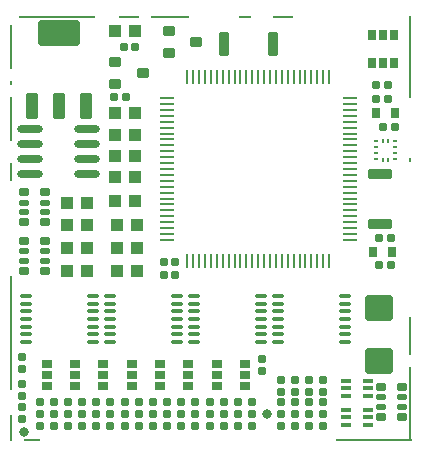
<source format=gtp>
G04*
G04 #@! TF.GenerationSoftware,Altium Limited,Altium Designer,23.8.1 (32)*
G04*
G04 Layer_Color=8421504*
%FSLAX25Y25*%
%MOIN*%
G70*
G04*
G04 #@! TF.SameCoordinates,96FFBF24-88B0-4BCA-8D0C-C256A0C97E90*
G04*
G04*
G04 #@! TF.FilePolarity,Positive*
G04*
G01*
G75*
%ADD20R,0.03937X0.00787*%
%ADD21R,0.12992X0.00787*%
%ADD22R,0.06693X0.00787*%
%ADD23R,0.00787X0.12992*%
%ADD24R,0.07087X0.00787*%
%ADD25R,0.25197X0.00787*%
%ADD26R,0.00787X0.38189*%
%ADD27R,0.00787X0.09055*%
%ADD28R,0.00787X0.06299*%
%ADD29R,0.05512X0.00787*%
%ADD30R,0.00787X0.24803*%
%ADD31R,0.00787X0.27559*%
%ADD32R,0.00787X0.14567*%
%ADD33R,0.00787X0.01575*%
G04:AMPARAMS|DCode=34|XSize=25.59mil|YSize=31.5mil|CornerRadius=2.56mil|HoleSize=0mil|Usage=FLASHONLY|Rotation=270.000|XOffset=0mil|YOffset=0mil|HoleType=Round|Shape=RoundedRectangle|*
%AMROUNDEDRECTD34*
21,1,0.02559,0.02638,0,0,270.0*
21,1,0.02047,0.03150,0,0,270.0*
1,1,0.00512,-0.01319,-0.01024*
1,1,0.00512,-0.01319,0.01024*
1,1,0.00512,0.01319,0.01024*
1,1,0.00512,0.01319,-0.01024*
%
%ADD34ROUNDEDRECTD34*%
G04:AMPARAMS|DCode=35|XSize=17.72mil|YSize=31.5mil|CornerRadius=1.77mil|HoleSize=0mil|Usage=FLASHONLY|Rotation=270.000|XOffset=0mil|YOffset=0mil|HoleType=Round|Shape=RoundedRectangle|*
%AMROUNDEDRECTD35*
21,1,0.01772,0.02795,0,0,270.0*
21,1,0.01417,0.03150,0,0,270.0*
1,1,0.00354,-0.01398,-0.00709*
1,1,0.00354,-0.01398,0.00709*
1,1,0.00354,0.01398,0.00709*
1,1,0.00354,0.01398,-0.00709*
%
%ADD35ROUNDEDRECTD35*%
G04:AMPARAMS|DCode=36|XSize=12.6mil|YSize=31.5mil|CornerRadius=1.26mil|HoleSize=0mil|Usage=FLASHONLY|Rotation=90.000|XOffset=0mil|YOffset=0mil|HoleType=Round|Shape=RoundedRectangle|*
%AMROUNDEDRECTD36*
21,1,0.01260,0.02898,0,0,90.0*
21,1,0.01008,0.03150,0,0,90.0*
1,1,0.00252,0.01449,0.00504*
1,1,0.00252,0.01449,-0.00504*
1,1,0.00252,-0.01449,-0.00504*
1,1,0.00252,-0.01449,0.00504*
%
%ADD36ROUNDEDRECTD36*%
%ADD37O,0.04724X0.00866*%
%ADD38O,0.00866X0.04724*%
%ADD39O,0.04331X0.01181*%
G04:AMPARAMS|DCode=40|XSize=23.62mil|YSize=35.43mil|CornerRadius=2.36mil|HoleSize=0mil|Usage=FLASHONLY|Rotation=180.000|XOffset=0mil|YOffset=0mil|HoleType=Round|Shape=RoundedRectangle|*
%AMROUNDEDRECTD40*
21,1,0.02362,0.03071,0,0,180.0*
21,1,0.01890,0.03543,0,0,180.0*
1,1,0.00472,-0.00945,0.01535*
1,1,0.00472,0.00945,0.01535*
1,1,0.00472,0.00945,-0.01535*
1,1,0.00472,-0.00945,-0.01535*
%
%ADD40ROUNDEDRECTD40*%
G04:AMPARAMS|DCode=41|XSize=27.56mil|YSize=23.62mil|CornerRadius=2.36mil|HoleSize=0mil|Usage=FLASHONLY|Rotation=90.000|XOffset=0mil|YOffset=0mil|HoleType=Round|Shape=RoundedRectangle|*
%AMROUNDEDRECTD41*
21,1,0.02756,0.01890,0,0,90.0*
21,1,0.02284,0.02362,0,0,90.0*
1,1,0.00472,0.00945,0.01142*
1,1,0.00472,0.00945,-0.01142*
1,1,0.00472,-0.00945,-0.01142*
1,1,0.00472,-0.00945,0.01142*
%
%ADD41ROUNDEDRECTD41*%
%ADD42R,0.01378X0.00984*%
%ADD43R,0.00984X0.01378*%
G04:AMPARAMS|DCode=44|XSize=31.5mil|YSize=78.74mil|CornerRadius=3.15mil|HoleSize=0mil|Usage=FLASHONLY|Rotation=90.000|XOffset=0mil|YOffset=0mil|HoleType=Round|Shape=RoundedRectangle|*
%AMROUNDEDRECTD44*
21,1,0.03150,0.07244,0,0,90.0*
21,1,0.02520,0.07874,0,0,90.0*
1,1,0.00630,0.03622,0.01260*
1,1,0.00630,0.03622,-0.01260*
1,1,0.00630,-0.03622,-0.01260*
1,1,0.00630,-0.03622,0.01260*
%
%ADD44ROUNDEDRECTD44*%
G04:AMPARAMS|DCode=45|XSize=27.56mil|YSize=23.62mil|CornerRadius=2.36mil|HoleSize=0mil|Usage=FLASHONLY|Rotation=180.000|XOffset=0mil|YOffset=0mil|HoleType=Round|Shape=RoundedRectangle|*
%AMROUNDEDRECTD45*
21,1,0.02756,0.01890,0,0,180.0*
21,1,0.02284,0.02362,0,0,180.0*
1,1,0.00472,-0.01142,0.00945*
1,1,0.00472,0.01142,0.00945*
1,1,0.00472,0.01142,-0.00945*
1,1,0.00472,-0.01142,-0.00945*
%
%ADD45ROUNDEDRECTD45*%
G04:AMPARAMS|DCode=46|XSize=23.62mil|YSize=35.43mil|CornerRadius=2.36mil|HoleSize=0mil|Usage=FLASHONLY|Rotation=270.000|XOffset=0mil|YOffset=0mil|HoleType=Round|Shape=RoundedRectangle|*
%AMROUNDEDRECTD46*
21,1,0.02362,0.03071,0,0,270.0*
21,1,0.01890,0.03543,0,0,270.0*
1,1,0.00472,-0.01535,-0.00945*
1,1,0.00472,-0.01535,0.00945*
1,1,0.00472,0.01535,0.00945*
1,1,0.00472,0.01535,-0.00945*
%
%ADD46ROUNDEDRECTD46*%
G04:AMPARAMS|DCode=47|XSize=35.43mil|YSize=37.4mil|CornerRadius=3.54mil|HoleSize=0mil|Usage=FLASHONLY|Rotation=270.000|XOffset=0mil|YOffset=0mil|HoleType=Round|Shape=RoundedRectangle|*
%AMROUNDEDRECTD47*
21,1,0.03543,0.03032,0,0,270.0*
21,1,0.02835,0.03740,0,0,270.0*
1,1,0.00709,-0.01516,-0.01417*
1,1,0.00709,-0.01516,0.01417*
1,1,0.00709,0.01516,0.01417*
1,1,0.00709,0.01516,-0.01417*
%
%ADD47ROUNDEDRECTD47*%
%ADD48O,0.08661X0.02362*%
G04:AMPARAMS|DCode=49|XSize=43.31mil|YSize=84.65mil|CornerRadius=4.33mil|HoleSize=0mil|Usage=FLASHONLY|Rotation=0.000|XOffset=0mil|YOffset=0mil|HoleType=Round|Shape=RoundedRectangle|*
%AMROUNDEDRECTD49*
21,1,0.04331,0.07598,0,0,0.0*
21,1,0.03465,0.08465,0,0,0.0*
1,1,0.00866,0.01732,-0.03799*
1,1,0.00866,-0.01732,-0.03799*
1,1,0.00866,-0.01732,0.03799*
1,1,0.00866,0.01732,0.03799*
%
%ADD49ROUNDEDRECTD49*%
G04:AMPARAMS|DCode=50|XSize=39.37mil|YSize=43.31mil|CornerRadius=3.94mil|HoleSize=0mil|Usage=FLASHONLY|Rotation=0.000|XOffset=0mil|YOffset=0mil|HoleType=Round|Shape=RoundedRectangle|*
%AMROUNDEDRECTD50*
21,1,0.03937,0.03543,0,0,0.0*
21,1,0.03150,0.04331,0,0,0.0*
1,1,0.00787,0.01575,-0.01772*
1,1,0.00787,-0.01575,-0.01772*
1,1,0.00787,-0.01575,0.01772*
1,1,0.00787,0.01575,0.01772*
%
%ADD50ROUNDEDRECTD50*%
G04:AMPARAMS|DCode=51|XSize=27.56mil|YSize=36.22mil|CornerRadius=2.76mil|HoleSize=0mil|Usage=FLASHONLY|Rotation=0.000|XOffset=0mil|YOffset=0mil|HoleType=Round|Shape=RoundedRectangle|*
%AMROUNDEDRECTD51*
21,1,0.02756,0.03071,0,0,0.0*
21,1,0.02205,0.03622,0,0,0.0*
1,1,0.00551,0.01102,-0.01535*
1,1,0.00551,-0.01102,-0.01535*
1,1,0.00551,-0.01102,0.01535*
1,1,0.00551,0.01102,0.01535*
%
%ADD51ROUNDEDRECTD51*%
G04:AMPARAMS|DCode=52|XSize=31.5mil|YSize=78.74mil|CornerRadius=3.15mil|HoleSize=0mil|Usage=FLASHONLY|Rotation=0.000|XOffset=0mil|YOffset=0mil|HoleType=Round|Shape=RoundedRectangle|*
%AMROUNDEDRECTD52*
21,1,0.03150,0.07244,0,0,0.0*
21,1,0.02520,0.07874,0,0,0.0*
1,1,0.00630,0.01260,-0.03622*
1,1,0.00630,-0.01260,-0.03622*
1,1,0.00630,-0.01260,0.03622*
1,1,0.00630,0.01260,0.03622*
%
%ADD52ROUNDEDRECTD52*%
G04:AMPARAMS|DCode=53|XSize=35.43mil|YSize=37.4mil|CornerRadius=3.54mil|HoleSize=0mil|Usage=FLASHONLY|Rotation=270.000|XOffset=0mil|YOffset=0mil|HoleType=Round|Shape=RoundedRectangle|*
%AMROUNDEDRECTD53*
21,1,0.03543,0.03032,0,0,270.0*
21,1,0.02835,0.03740,0,0,270.0*
1,1,0.00709,-0.01516,-0.01417*
1,1,0.00709,-0.01516,0.01417*
1,1,0.00709,0.01516,0.01417*
1,1,0.00709,0.01516,-0.01417*
%
%ADD53ROUNDEDRECTD53*%
G04:AMPARAMS|DCode=54|XSize=137.8mil|YSize=84.65mil|CornerRadius=8.47mil|HoleSize=0mil|Usage=FLASHONLY|Rotation=0.000|XOffset=0mil|YOffset=0mil|HoleType=Round|Shape=RoundedRectangle|*
%AMROUNDEDRECTD54*
21,1,0.13780,0.06772,0,0,0.0*
21,1,0.12087,0.08465,0,0,0.0*
1,1,0.01693,0.06043,-0.03386*
1,1,0.01693,-0.06043,-0.03386*
1,1,0.01693,-0.06043,0.03386*
1,1,0.01693,0.06043,0.03386*
%
%ADD54ROUNDEDRECTD54*%
G04:AMPARAMS|DCode=55|XSize=43.31mil|YSize=84.65mil|CornerRadius=4.33mil|HoleSize=0mil|Usage=FLASHONLY|Rotation=0.000|XOffset=0mil|YOffset=0mil|HoleType=Round|Shape=RoundedRectangle|*
%AMROUNDEDRECTD55*
21,1,0.04331,0.07599,0,0,0.0*
21,1,0.03465,0.08465,0,0,0.0*
1,1,0.00866,0.01732,-0.03799*
1,1,0.00866,-0.01732,-0.03799*
1,1,0.00866,-0.01732,0.03799*
1,1,0.00866,0.01732,0.03799*
%
%ADD55ROUNDEDRECTD55*%
%ADD56C,0.03150*%
G04:AMPARAMS|DCode=57|XSize=86.61mil|YSize=90.55mil|CornerRadius=8.66mil|HoleSize=0mil|Usage=FLASHONLY|Rotation=90.000|XOffset=0mil|YOffset=0mil|HoleType=Round|Shape=RoundedRectangle|*
%AMROUNDEDRECTD57*
21,1,0.08661,0.07323,0,0,90.0*
21,1,0.06929,0.09055,0,0,90.0*
1,1,0.01732,0.03661,0.03465*
1,1,0.01732,0.03661,-0.03465*
1,1,0.01732,-0.03661,-0.03465*
1,1,0.01732,-0.03661,0.03465*
%
%ADD57ROUNDEDRECTD57*%
D20*
X78347Y141339D02*
D03*
D21*
X53347Y141339D02*
D03*
D22*
X39567D02*
D03*
D23*
X133465Y35236D02*
D03*
D24*
X90945Y141339D02*
D03*
D25*
X121260Y394D02*
D03*
X15748Y141339D02*
D03*
D26*
X394Y36024D02*
D03*
D27*
X394Y4528D02*
D03*
D28*
X394Y89764D02*
D03*
D29*
X7480Y394D02*
D03*
D30*
X133465Y12402D02*
D03*
D31*
Y127953D02*
D03*
D32*
X394Y107283D02*
D03*
Y131299D02*
D03*
D33*
Y119291D02*
D03*
X133465Y93701D02*
D03*
D34*
X123622Y18090D02*
D03*
X130709Y18090D02*
D03*
Y8051D02*
D03*
X123622D02*
D03*
X11811Y66831D02*
D03*
X4724D02*
D03*
Y56791D02*
D03*
X11811D02*
D03*
Y72933D02*
D03*
X4724D02*
D03*
Y82973D02*
D03*
X11811D02*
D03*
D35*
X123622Y14646D02*
D03*
X123622Y11496D02*
D03*
X130709D02*
D03*
X130709Y14646D02*
D03*
X4724Y60236D02*
D03*
Y63386D02*
D03*
X11811D02*
D03*
Y60236D02*
D03*
Y76378D02*
D03*
Y79528D02*
D03*
X4724D02*
D03*
Y76378D02*
D03*
D36*
X119410Y15094D02*
D03*
X119410Y17653D02*
D03*
X119410Y20213D02*
D03*
X111930Y15094D02*
D03*
Y20213D02*
D03*
Y17653D02*
D03*
X111930Y10469D02*
D03*
Y5350D02*
D03*
X119410Y10469D02*
D03*
Y7909D02*
D03*
Y5350D02*
D03*
X111930Y7909D02*
D03*
D37*
X52202Y114370D02*
D03*
Y112402D02*
D03*
Y110433D02*
D03*
Y108465D02*
D03*
Y106496D02*
D03*
Y104528D02*
D03*
Y102559D02*
D03*
Y100591D02*
D03*
Y98622D02*
D03*
Y94685D02*
D03*
Y92716D02*
D03*
Y90748D02*
D03*
Y88779D02*
D03*
Y86811D02*
D03*
Y84842D02*
D03*
Y82874D02*
D03*
Y80905D02*
D03*
Y78937D02*
D03*
Y76968D02*
D03*
Y75000D02*
D03*
Y73032D02*
D03*
Y71063D02*
D03*
Y69095D02*
D03*
Y67126D02*
D03*
X113226D02*
D03*
Y69095D02*
D03*
Y71063D02*
D03*
Y73032D02*
D03*
Y75000D02*
D03*
Y76968D02*
D03*
Y78937D02*
D03*
Y80905D02*
D03*
Y82874D02*
D03*
Y84842D02*
D03*
Y86811D02*
D03*
Y88779D02*
D03*
Y90748D02*
D03*
Y92716D02*
D03*
Y94685D02*
D03*
Y96653D02*
D03*
Y98622D02*
D03*
Y100591D02*
D03*
Y102559D02*
D03*
Y104528D02*
D03*
Y106496D02*
D03*
Y108465D02*
D03*
Y110433D02*
D03*
Y114370D02*
D03*
X52202Y96653D02*
D03*
X113226Y112402D02*
D03*
D38*
X59092Y60236D02*
D03*
X63029D02*
D03*
X64998D02*
D03*
X66966D02*
D03*
X68935D02*
D03*
X70903D02*
D03*
X72872D02*
D03*
X74840D02*
D03*
X76809D02*
D03*
X78777D02*
D03*
X80746D02*
D03*
X82714D02*
D03*
X84683D02*
D03*
X86651D02*
D03*
X88620D02*
D03*
X90588D02*
D03*
X92557D02*
D03*
X94525D02*
D03*
X96494D02*
D03*
X98462D02*
D03*
X100431D02*
D03*
X102399D02*
D03*
X104368D02*
D03*
X106336D02*
D03*
Y121260D02*
D03*
X104368D02*
D03*
X102399D02*
D03*
X100431D02*
D03*
X98462D02*
D03*
X96494D02*
D03*
X94525D02*
D03*
X92557D02*
D03*
X90588D02*
D03*
X88620D02*
D03*
X86651D02*
D03*
X84683D02*
D03*
X82714D02*
D03*
X80746D02*
D03*
X78777D02*
D03*
X76809D02*
D03*
X74840D02*
D03*
X72872D02*
D03*
X70903D02*
D03*
X68935D02*
D03*
X66966D02*
D03*
X64998D02*
D03*
X63029D02*
D03*
X61061D02*
D03*
X59092D02*
D03*
X61061Y60236D02*
D03*
D39*
X55709Y43307D02*
D03*
X83661D02*
D03*
X27756D02*
D03*
X33268Y38189D02*
D03*
X61221Y48425D02*
D03*
Y45866D02*
D03*
Y43307D02*
D03*
Y40748D02*
D03*
X61221Y38189D02*
D03*
X61221Y35630D02*
D03*
Y33071D02*
D03*
X83661Y48425D02*
D03*
X83661Y45866D02*
D03*
X83661Y40748D02*
D03*
X83661Y38189D02*
D03*
X83661Y35630D02*
D03*
Y33071D02*
D03*
X5315Y48425D02*
D03*
Y45866D02*
D03*
Y43307D02*
D03*
Y40748D02*
D03*
Y38189D02*
D03*
Y35630D02*
D03*
Y33071D02*
D03*
X27756Y48425D02*
D03*
Y45866D02*
D03*
Y40748D02*
D03*
Y38189D02*
D03*
Y35630D02*
D03*
Y33071D02*
D03*
X33268Y48425D02*
D03*
Y45866D02*
D03*
Y43307D02*
D03*
Y40748D02*
D03*
Y35630D02*
D03*
Y33071D02*
D03*
X55709Y48425D02*
D03*
Y45866D02*
D03*
Y40748D02*
D03*
Y38189D02*
D03*
Y35630D02*
D03*
Y33071D02*
D03*
X111614D02*
D03*
Y35630D02*
D03*
X111614Y38189D02*
D03*
X111614Y40748D02*
D03*
Y43307D02*
D03*
X111614Y45866D02*
D03*
X111614Y48425D02*
D03*
X89173Y33071D02*
D03*
Y35630D02*
D03*
X89173Y38189D02*
D03*
X89173Y40748D02*
D03*
Y43307D02*
D03*
X89173Y45866D02*
D03*
X89173Y48425D02*
D03*
D40*
X124409Y135433D02*
D03*
X128150D02*
D03*
X120669D02*
D03*
Y125984D02*
D03*
X124409D02*
D03*
X128150D02*
D03*
D41*
X125859Y114173D02*
D03*
Y118898D02*
D03*
X124390Y104626D02*
D03*
X37850Y131411D02*
D03*
X51162Y55545D02*
D03*
X121923Y114173D02*
D03*
X128328Y104626D02*
D03*
X123028Y67642D02*
D03*
X126965D02*
D03*
X123028Y58587D02*
D03*
X126965D02*
D03*
X121923Y118898D02*
D03*
X41787Y131411D02*
D03*
X34710Y114696D02*
D03*
X38647D02*
D03*
X55099Y55545D02*
D03*
X55118Y59841D02*
D03*
X51181D02*
D03*
D42*
X128316Y95991D02*
D03*
Y94023D02*
D03*
X122017Y97960D02*
D03*
Y95991D02*
D03*
Y99928D02*
D03*
Y94023D02*
D03*
X128316Y99928D02*
D03*
Y97960D02*
D03*
D43*
X126151Y93826D02*
D03*
X124182D02*
D03*
Y100125D02*
D03*
X126151D02*
D03*
D44*
X123411Y88976D02*
D03*
Y72441D02*
D03*
D45*
X94882Y16535D02*
D03*
X104331D02*
D03*
X99606D02*
D03*
X90158D02*
D03*
X104331Y5118D02*
D03*
X94882D02*
D03*
X99606D02*
D03*
X90158D02*
D03*
X83948Y23515D02*
D03*
Y27452D02*
D03*
X90158Y9055D02*
D03*
D03*
Y12992D02*
D03*
X94882Y9055D02*
D03*
Y12992D02*
D03*
X90158Y20472D02*
D03*
X99606Y9055D02*
D03*
Y12992D02*
D03*
X94882Y20472D02*
D03*
X99606D02*
D03*
X104331Y9055D02*
D03*
Y12992D02*
D03*
Y9055D02*
D03*
X104331Y20472D02*
D03*
X94882Y9055D02*
D03*
X99606D02*
D03*
X4134Y11417D02*
D03*
Y7480D02*
D03*
X28740Y9055D02*
D03*
Y5118D02*
D03*
X42913Y9055D02*
D03*
X42913Y5118D02*
D03*
X61811Y12992D02*
D03*
Y9055D02*
D03*
Y5118D02*
D03*
Y9055D02*
D03*
X75984Y12992D02*
D03*
Y9055D02*
D03*
X4134Y28150D02*
D03*
Y24213D02*
D03*
X9843Y9055D02*
D03*
Y12992D02*
D03*
X14567Y9055D02*
D03*
Y12992D02*
D03*
X19291Y9055D02*
D03*
Y12992D02*
D03*
X24016Y9055D02*
D03*
Y12992D02*
D03*
X9843Y9055D02*
D03*
Y5118D02*
D03*
X14567Y9055D02*
D03*
Y5118D02*
D03*
X19291Y9055D02*
D03*
Y5118D02*
D03*
X24016Y9055D02*
D03*
Y5118D02*
D03*
X28740Y9055D02*
D03*
Y12992D02*
D03*
X33465Y9055D02*
D03*
Y12992D02*
D03*
X38189Y9055D02*
D03*
Y12992D02*
D03*
X42913Y9055D02*
D03*
Y12992D02*
D03*
X33465Y9055D02*
D03*
X33465Y5118D02*
D03*
X38189Y9055D02*
D03*
Y5118D02*
D03*
X47638Y12992D02*
D03*
Y9055D02*
D03*
X52362Y12992D02*
D03*
Y9055D02*
D03*
X57087Y12992D02*
D03*
Y9055D02*
D03*
X47638Y5118D02*
D03*
Y9055D02*
D03*
X52362Y5118D02*
D03*
Y9055D02*
D03*
X57087Y5118D02*
D03*
Y9055D02*
D03*
X66536Y12992D02*
D03*
Y9055D02*
D03*
X71260Y12992D02*
D03*
Y9055D02*
D03*
X80709Y12992D02*
D03*
Y9055D02*
D03*
X66536Y5118D02*
D03*
Y9055D02*
D03*
X71260Y5118D02*
D03*
Y9055D02*
D03*
X75984Y5118D02*
D03*
Y9055D02*
D03*
X80709Y5118D02*
D03*
Y9055D02*
D03*
X4134Y19094D02*
D03*
Y15157D02*
D03*
D46*
X68898Y22047D02*
D03*
X50000D02*
D03*
X31102D02*
D03*
X12205D02*
D03*
X40551Y25787D02*
D03*
Y22047D02*
D03*
Y18307D02*
D03*
X31102Y18307D02*
D03*
X31102Y25787D02*
D03*
X21654D02*
D03*
X21654Y22047D02*
D03*
Y18307D02*
D03*
X12205D02*
D03*
X12205Y25787D02*
D03*
X59449Y25787D02*
D03*
Y22047D02*
D03*
Y18307D02*
D03*
X50000Y18307D02*
D03*
X50000Y25787D02*
D03*
X78347D02*
D03*
Y22047D02*
D03*
Y18307D02*
D03*
X68898D02*
D03*
Y25787D02*
D03*
D47*
X34913Y119082D02*
D03*
X52835Y129331D02*
D03*
D48*
X25591Y93959D02*
D03*
X6693Y88959D02*
D03*
Y103959D02*
D03*
X6693Y98959D02*
D03*
X6693Y93959D02*
D03*
X25591Y103959D02*
D03*
X25591Y98959D02*
D03*
X25591Y88959D02*
D03*
D49*
X7283Y111600D02*
D03*
X25394D02*
D03*
D50*
X41745Y80074D02*
D03*
X25536Y79526D02*
D03*
X42222Y71914D02*
D03*
Y64303D02*
D03*
X25536Y71914D02*
D03*
X25536Y64303D02*
D03*
X42222Y56691D02*
D03*
X25536Y56691D02*
D03*
X35052Y80074D02*
D03*
X35529Y71914D02*
D03*
Y64303D02*
D03*
Y56691D02*
D03*
X18843Y71914D02*
D03*
Y79526D02*
D03*
X35052Y88051D02*
D03*
X41745Y88051D02*
D03*
Y95138D02*
D03*
X35052D02*
D03*
Y102224D02*
D03*
X41745D02*
D03*
Y109311D02*
D03*
X35052D02*
D03*
X18843Y64303D02*
D03*
Y56691D02*
D03*
X41745Y136811D02*
D03*
X35052D02*
D03*
D51*
X128419Y109398D02*
D03*
X122119D02*
D03*
X121059Y62957D02*
D03*
X127359D02*
D03*
D52*
X87794Y132340D02*
D03*
X71259D02*
D03*
D53*
X52835Y136811D02*
D03*
X62087Y133071D02*
D03*
X34913Y126562D02*
D03*
X44165Y122822D02*
D03*
D54*
X16339Y136010D02*
D03*
D55*
X16339Y111600D02*
D03*
D56*
X85630Y9055D02*
D03*
X4724Y3150D02*
D03*
D57*
X122821Y26797D02*
D03*
Y44513D02*
D03*
M02*

</source>
